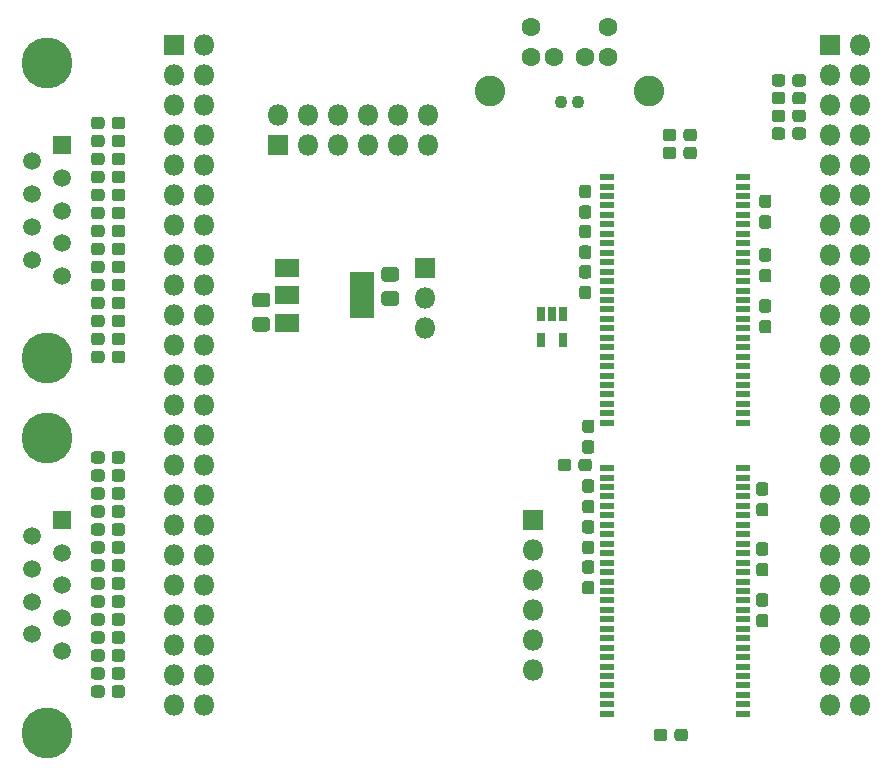
<source format=gbr>
%TF.GenerationSoftware,KiCad,Pcbnew,5.1.6-c6e7f7d~86~ubuntu18.04.1*%
%TF.CreationDate,2021-07-04T16:44:21-07:00*%
%TF.ProjectId,arrow_deca_retro_cape,6172726f-775f-4646-9563-615f72657472,rev?*%
%TF.SameCoordinates,Original*%
%TF.FileFunction,Soldermask,Top*%
%TF.FilePolarity,Negative*%
%FSLAX46Y46*%
G04 Gerber Fmt 4.6, Leading zero omitted, Abs format (unit mm)*
G04 Created by KiCad (PCBNEW 5.1.6-c6e7f7d~86~ubuntu18.04.1) date 2021-07-04 16:44:21*
%MOMM*%
%LPD*%
G01*
G04 APERTURE LIST*
%ADD10O,1.800000X1.800000*%
%ADD11R,1.800000X1.800000*%
%ADD12R,2.100000X1.600000*%
%ADD13R,2.100000X3.900000*%
%ADD14C,4.316000*%
%ADD15C,1.508000*%
%ADD16R,1.508000X1.508000*%
%ADD17C,1.090600*%
%ADD18C,2.589200*%
%ADD19C,1.598600*%
%ADD20R,1.293800X0.608000*%
%ADD21R,0.750000X1.160000*%
G04 APERTURE END LIST*
D10*
%TO.C,J8*%
X96393000Y-78359000D03*
X96393000Y-75819000D03*
X96393000Y-73279000D03*
X96393000Y-70739000D03*
X96393000Y-68199000D03*
D11*
X96393000Y-65659000D03*
%TD*%
%TO.C,C19*%
G36*
G01*
X84806262Y-45438000D02*
X83849738Y-45438000D01*
G75*
G02*
X83578000Y-45166262I0J271738D01*
G01*
X83578000Y-44459738D01*
G75*
G02*
X83849738Y-44188000I271738J0D01*
G01*
X84806262Y-44188000D01*
G75*
G02*
X85078000Y-44459738I0J-271738D01*
G01*
X85078000Y-45166262D01*
G75*
G02*
X84806262Y-45438000I-271738J0D01*
G01*
G37*
G36*
G01*
X84806262Y-47488000D02*
X83849738Y-47488000D01*
G75*
G02*
X83578000Y-47216262I0J271738D01*
G01*
X83578000Y-46509738D01*
G75*
G02*
X83849738Y-46238000I271738J0D01*
G01*
X84806262Y-46238000D01*
G75*
G02*
X85078000Y-46509738I0J-271738D01*
G01*
X85078000Y-47216262D01*
G75*
G02*
X84806262Y-47488000I-271738J0D01*
G01*
G37*
%TD*%
%TO.C,C18*%
G36*
G01*
X73884262Y-47620000D02*
X72927738Y-47620000D01*
G75*
G02*
X72656000Y-47348262I0J271738D01*
G01*
X72656000Y-46641738D01*
G75*
G02*
X72927738Y-46370000I271738J0D01*
G01*
X73884262Y-46370000D01*
G75*
G02*
X74156000Y-46641738I0J-271738D01*
G01*
X74156000Y-47348262D01*
G75*
G02*
X73884262Y-47620000I-271738J0D01*
G01*
G37*
G36*
G01*
X73884262Y-49670000D02*
X72927738Y-49670000D01*
G75*
G02*
X72656000Y-49398262I0J271738D01*
G01*
X72656000Y-48691738D01*
G75*
G02*
X72927738Y-48420000I271738J0D01*
G01*
X73884262Y-48420000D01*
G75*
G02*
X74156000Y-48691738I0J-271738D01*
G01*
X74156000Y-49398262D01*
G75*
G02*
X73884262Y-49670000I-271738J0D01*
G01*
G37*
%TD*%
D12*
%TO.C,U4*%
X75615000Y-44309000D03*
X75615000Y-48909000D03*
X75615000Y-46609000D03*
D13*
X81915000Y-46609000D03*
%TD*%
D10*
%TO.C,J7*%
X87249000Y-49403000D03*
X87249000Y-46863000D03*
D11*
X87249000Y-44323000D03*
%TD*%
D14*
%TO.C,J4*%
X55245000Y-51914000D03*
X55245000Y-26924000D03*
D15*
X53975000Y-43574000D03*
X53975000Y-40804000D03*
X53975000Y-38034000D03*
X53975000Y-35264000D03*
X56515000Y-44959000D03*
X56515000Y-42189000D03*
X56515000Y-39419000D03*
X56515000Y-36649000D03*
D16*
X56515000Y-33879000D03*
%TD*%
%TO.C,R14*%
G36*
G01*
X60138000Y-73778500D02*
X60138000Y-74303500D01*
G75*
G02*
X59875500Y-74566000I-262500J0D01*
G01*
X59250500Y-74566000D01*
G75*
G02*
X58988000Y-74303500I0J262500D01*
G01*
X58988000Y-73778500D01*
G75*
G02*
X59250500Y-73516000I262500J0D01*
G01*
X59875500Y-73516000D01*
G75*
G02*
X60138000Y-73778500I0J-262500D01*
G01*
G37*
G36*
G01*
X61888000Y-73778500D02*
X61888000Y-74303500D01*
G75*
G02*
X61625500Y-74566000I-262500J0D01*
G01*
X61000500Y-74566000D01*
G75*
G02*
X60738000Y-74303500I0J262500D01*
G01*
X60738000Y-73778500D01*
G75*
G02*
X61000500Y-73516000I262500J0D01*
G01*
X61625500Y-73516000D01*
G75*
G02*
X61888000Y-73778500I0J-262500D01*
G01*
G37*
%TD*%
D14*
%TO.C,J6*%
X55245000Y-83651000D03*
X55245000Y-58661000D03*
D15*
X53975000Y-75311000D03*
X53975000Y-72541000D03*
X53975000Y-69771000D03*
X53975000Y-67001000D03*
X56515000Y-76696000D03*
X56515000Y-73926000D03*
X56515000Y-71156000D03*
X56515000Y-68386000D03*
D16*
X56515000Y-65616000D03*
%TD*%
%TO.C,R32*%
G36*
G01*
X60138000Y-60062500D02*
X60138000Y-60587500D01*
G75*
G02*
X59875500Y-60850000I-262500J0D01*
G01*
X59250500Y-60850000D01*
G75*
G02*
X58988000Y-60587500I0J262500D01*
G01*
X58988000Y-60062500D01*
G75*
G02*
X59250500Y-59800000I262500J0D01*
G01*
X59875500Y-59800000D01*
G75*
G02*
X60138000Y-60062500I0J-262500D01*
G01*
G37*
G36*
G01*
X61888000Y-60062500D02*
X61888000Y-60587500D01*
G75*
G02*
X61625500Y-60850000I-262500J0D01*
G01*
X61000500Y-60850000D01*
G75*
G02*
X60738000Y-60587500I0J262500D01*
G01*
X60738000Y-60062500D01*
G75*
G02*
X61000500Y-59800000I262500J0D01*
G01*
X61625500Y-59800000D01*
G75*
G02*
X61888000Y-60062500I0J-262500D01*
G01*
G37*
%TD*%
%TO.C,R31*%
G36*
G01*
X60138000Y-31741500D02*
X60138000Y-32266500D01*
G75*
G02*
X59875500Y-32529000I-262500J0D01*
G01*
X59250500Y-32529000D01*
G75*
G02*
X58988000Y-32266500I0J262500D01*
G01*
X58988000Y-31741500D01*
G75*
G02*
X59250500Y-31479000I262500J0D01*
G01*
X59875500Y-31479000D01*
G75*
G02*
X60138000Y-31741500I0J-262500D01*
G01*
G37*
G36*
G01*
X61888000Y-31741500D02*
X61888000Y-32266500D01*
G75*
G02*
X61625500Y-32529000I-262500J0D01*
G01*
X61000500Y-32529000D01*
G75*
G02*
X60738000Y-32266500I0J262500D01*
G01*
X60738000Y-31741500D01*
G75*
G02*
X61000500Y-31479000I262500J0D01*
G01*
X61625500Y-31479000D01*
G75*
G02*
X61888000Y-31741500I0J-262500D01*
G01*
G37*
%TD*%
%TO.C,R30*%
G36*
G01*
X60138000Y-63110500D02*
X60138000Y-63635500D01*
G75*
G02*
X59875500Y-63898000I-262500J0D01*
G01*
X59250500Y-63898000D01*
G75*
G02*
X58988000Y-63635500I0J262500D01*
G01*
X58988000Y-63110500D01*
G75*
G02*
X59250500Y-62848000I262500J0D01*
G01*
X59875500Y-62848000D01*
G75*
G02*
X60138000Y-63110500I0J-262500D01*
G01*
G37*
G36*
G01*
X61888000Y-63110500D02*
X61888000Y-63635500D01*
G75*
G02*
X61625500Y-63898000I-262500J0D01*
G01*
X61000500Y-63898000D01*
G75*
G02*
X60738000Y-63635500I0J262500D01*
G01*
X60738000Y-63110500D01*
G75*
G02*
X61000500Y-62848000I262500J0D01*
G01*
X61625500Y-62848000D01*
G75*
G02*
X61888000Y-63110500I0J-262500D01*
G01*
G37*
%TD*%
%TO.C,R29*%
G36*
G01*
X60138000Y-34789500D02*
X60138000Y-35314500D01*
G75*
G02*
X59875500Y-35577000I-262500J0D01*
G01*
X59250500Y-35577000D01*
G75*
G02*
X58988000Y-35314500I0J262500D01*
G01*
X58988000Y-34789500D01*
G75*
G02*
X59250500Y-34527000I262500J0D01*
G01*
X59875500Y-34527000D01*
G75*
G02*
X60138000Y-34789500I0J-262500D01*
G01*
G37*
G36*
G01*
X61888000Y-34789500D02*
X61888000Y-35314500D01*
G75*
G02*
X61625500Y-35577000I-262500J0D01*
G01*
X61000500Y-35577000D01*
G75*
G02*
X60738000Y-35314500I0J262500D01*
G01*
X60738000Y-34789500D01*
G75*
G02*
X61000500Y-34527000I262500J0D01*
G01*
X61625500Y-34527000D01*
G75*
G02*
X61888000Y-34789500I0J-262500D01*
G01*
G37*
%TD*%
%TO.C,R28*%
G36*
G01*
X60138000Y-66158500D02*
X60138000Y-66683500D01*
G75*
G02*
X59875500Y-66946000I-262500J0D01*
G01*
X59250500Y-66946000D01*
G75*
G02*
X58988000Y-66683500I0J262500D01*
G01*
X58988000Y-66158500D01*
G75*
G02*
X59250500Y-65896000I262500J0D01*
G01*
X59875500Y-65896000D01*
G75*
G02*
X60138000Y-66158500I0J-262500D01*
G01*
G37*
G36*
G01*
X61888000Y-66158500D02*
X61888000Y-66683500D01*
G75*
G02*
X61625500Y-66946000I-262500J0D01*
G01*
X61000500Y-66946000D01*
G75*
G02*
X60738000Y-66683500I0J262500D01*
G01*
X60738000Y-66158500D01*
G75*
G02*
X61000500Y-65896000I262500J0D01*
G01*
X61625500Y-65896000D01*
G75*
G02*
X61888000Y-66158500I0J-262500D01*
G01*
G37*
%TD*%
%TO.C,R27*%
G36*
G01*
X60138000Y-37837500D02*
X60138000Y-38362500D01*
G75*
G02*
X59875500Y-38625000I-262500J0D01*
G01*
X59250500Y-38625000D01*
G75*
G02*
X58988000Y-38362500I0J262500D01*
G01*
X58988000Y-37837500D01*
G75*
G02*
X59250500Y-37575000I262500J0D01*
G01*
X59875500Y-37575000D01*
G75*
G02*
X60138000Y-37837500I0J-262500D01*
G01*
G37*
G36*
G01*
X61888000Y-37837500D02*
X61888000Y-38362500D01*
G75*
G02*
X61625500Y-38625000I-262500J0D01*
G01*
X61000500Y-38625000D01*
G75*
G02*
X60738000Y-38362500I0J262500D01*
G01*
X60738000Y-37837500D01*
G75*
G02*
X61000500Y-37575000I262500J0D01*
G01*
X61625500Y-37575000D01*
G75*
G02*
X61888000Y-37837500I0J-262500D01*
G01*
G37*
%TD*%
%TO.C,R26*%
G36*
G01*
X60138000Y-69206500D02*
X60138000Y-69731500D01*
G75*
G02*
X59875500Y-69994000I-262500J0D01*
G01*
X59250500Y-69994000D01*
G75*
G02*
X58988000Y-69731500I0J262500D01*
G01*
X58988000Y-69206500D01*
G75*
G02*
X59250500Y-68944000I262500J0D01*
G01*
X59875500Y-68944000D01*
G75*
G02*
X60138000Y-69206500I0J-262500D01*
G01*
G37*
G36*
G01*
X61888000Y-69206500D02*
X61888000Y-69731500D01*
G75*
G02*
X61625500Y-69994000I-262500J0D01*
G01*
X61000500Y-69994000D01*
G75*
G02*
X60738000Y-69731500I0J262500D01*
G01*
X60738000Y-69206500D01*
G75*
G02*
X61000500Y-68944000I262500J0D01*
G01*
X61625500Y-68944000D01*
G75*
G02*
X61888000Y-69206500I0J-262500D01*
G01*
G37*
%TD*%
%TO.C,R25*%
G36*
G01*
X60138000Y-40885500D02*
X60138000Y-41410500D01*
G75*
G02*
X59875500Y-41673000I-262500J0D01*
G01*
X59250500Y-41673000D01*
G75*
G02*
X58988000Y-41410500I0J262500D01*
G01*
X58988000Y-40885500D01*
G75*
G02*
X59250500Y-40623000I262500J0D01*
G01*
X59875500Y-40623000D01*
G75*
G02*
X60138000Y-40885500I0J-262500D01*
G01*
G37*
G36*
G01*
X61888000Y-40885500D02*
X61888000Y-41410500D01*
G75*
G02*
X61625500Y-41673000I-262500J0D01*
G01*
X61000500Y-41673000D01*
G75*
G02*
X60738000Y-41410500I0J262500D01*
G01*
X60738000Y-40885500D01*
G75*
G02*
X61000500Y-40623000I262500J0D01*
G01*
X61625500Y-40623000D01*
G75*
G02*
X61888000Y-40885500I0J-262500D01*
G01*
G37*
%TD*%
%TO.C,R24*%
G36*
G01*
X60138000Y-72254500D02*
X60138000Y-72779500D01*
G75*
G02*
X59875500Y-73042000I-262500J0D01*
G01*
X59250500Y-73042000D01*
G75*
G02*
X58988000Y-72779500I0J262500D01*
G01*
X58988000Y-72254500D01*
G75*
G02*
X59250500Y-71992000I262500J0D01*
G01*
X59875500Y-71992000D01*
G75*
G02*
X60138000Y-72254500I0J-262500D01*
G01*
G37*
G36*
G01*
X61888000Y-72254500D02*
X61888000Y-72779500D01*
G75*
G02*
X61625500Y-73042000I-262500J0D01*
G01*
X61000500Y-73042000D01*
G75*
G02*
X60738000Y-72779500I0J262500D01*
G01*
X60738000Y-72254500D01*
G75*
G02*
X61000500Y-71992000I262500J0D01*
G01*
X61625500Y-71992000D01*
G75*
G02*
X61888000Y-72254500I0J-262500D01*
G01*
G37*
%TD*%
%TO.C,R23*%
G36*
G01*
X60138000Y-43933500D02*
X60138000Y-44458500D01*
G75*
G02*
X59875500Y-44721000I-262500J0D01*
G01*
X59250500Y-44721000D01*
G75*
G02*
X58988000Y-44458500I0J262500D01*
G01*
X58988000Y-43933500D01*
G75*
G02*
X59250500Y-43671000I262500J0D01*
G01*
X59875500Y-43671000D01*
G75*
G02*
X60138000Y-43933500I0J-262500D01*
G01*
G37*
G36*
G01*
X61888000Y-43933500D02*
X61888000Y-44458500D01*
G75*
G02*
X61625500Y-44721000I-262500J0D01*
G01*
X61000500Y-44721000D01*
G75*
G02*
X60738000Y-44458500I0J262500D01*
G01*
X60738000Y-43933500D01*
G75*
G02*
X61000500Y-43671000I262500J0D01*
G01*
X61625500Y-43671000D01*
G75*
G02*
X61888000Y-43933500I0J-262500D01*
G01*
G37*
%TD*%
%TO.C,R22*%
G36*
G01*
X60138000Y-75302500D02*
X60138000Y-75827500D01*
G75*
G02*
X59875500Y-76090000I-262500J0D01*
G01*
X59250500Y-76090000D01*
G75*
G02*
X58988000Y-75827500I0J262500D01*
G01*
X58988000Y-75302500D01*
G75*
G02*
X59250500Y-75040000I262500J0D01*
G01*
X59875500Y-75040000D01*
G75*
G02*
X60138000Y-75302500I0J-262500D01*
G01*
G37*
G36*
G01*
X61888000Y-75302500D02*
X61888000Y-75827500D01*
G75*
G02*
X61625500Y-76090000I-262500J0D01*
G01*
X61000500Y-76090000D01*
G75*
G02*
X60738000Y-75827500I0J262500D01*
G01*
X60738000Y-75302500D01*
G75*
G02*
X61000500Y-75040000I262500J0D01*
G01*
X61625500Y-75040000D01*
G75*
G02*
X61888000Y-75302500I0J-262500D01*
G01*
G37*
%TD*%
%TO.C,R21*%
G36*
G01*
X60138000Y-46981500D02*
X60138000Y-47506500D01*
G75*
G02*
X59875500Y-47769000I-262500J0D01*
G01*
X59250500Y-47769000D01*
G75*
G02*
X58988000Y-47506500I0J262500D01*
G01*
X58988000Y-46981500D01*
G75*
G02*
X59250500Y-46719000I262500J0D01*
G01*
X59875500Y-46719000D01*
G75*
G02*
X60138000Y-46981500I0J-262500D01*
G01*
G37*
G36*
G01*
X61888000Y-46981500D02*
X61888000Y-47506500D01*
G75*
G02*
X61625500Y-47769000I-262500J0D01*
G01*
X61000500Y-47769000D01*
G75*
G02*
X60738000Y-47506500I0J262500D01*
G01*
X60738000Y-46981500D01*
G75*
G02*
X61000500Y-46719000I262500J0D01*
G01*
X61625500Y-46719000D01*
G75*
G02*
X61888000Y-46981500I0J-262500D01*
G01*
G37*
%TD*%
%TO.C,R20*%
G36*
G01*
X60138000Y-78350500D02*
X60138000Y-78875500D01*
G75*
G02*
X59875500Y-79138000I-262500J0D01*
G01*
X59250500Y-79138000D01*
G75*
G02*
X58988000Y-78875500I0J262500D01*
G01*
X58988000Y-78350500D01*
G75*
G02*
X59250500Y-78088000I262500J0D01*
G01*
X59875500Y-78088000D01*
G75*
G02*
X60138000Y-78350500I0J-262500D01*
G01*
G37*
G36*
G01*
X61888000Y-78350500D02*
X61888000Y-78875500D01*
G75*
G02*
X61625500Y-79138000I-262500J0D01*
G01*
X61000500Y-79138000D01*
G75*
G02*
X60738000Y-78875500I0J262500D01*
G01*
X60738000Y-78350500D01*
G75*
G02*
X61000500Y-78088000I262500J0D01*
G01*
X61625500Y-78088000D01*
G75*
G02*
X61888000Y-78350500I0J-262500D01*
G01*
G37*
%TD*%
%TO.C,R19*%
G36*
G01*
X60138000Y-50029500D02*
X60138000Y-50554500D01*
G75*
G02*
X59875500Y-50817000I-262500J0D01*
G01*
X59250500Y-50817000D01*
G75*
G02*
X58988000Y-50554500I0J262500D01*
G01*
X58988000Y-50029500D01*
G75*
G02*
X59250500Y-49767000I262500J0D01*
G01*
X59875500Y-49767000D01*
G75*
G02*
X60138000Y-50029500I0J-262500D01*
G01*
G37*
G36*
G01*
X61888000Y-50029500D02*
X61888000Y-50554500D01*
G75*
G02*
X61625500Y-50817000I-262500J0D01*
G01*
X61000500Y-50817000D01*
G75*
G02*
X60738000Y-50554500I0J262500D01*
G01*
X60738000Y-50029500D01*
G75*
G02*
X61000500Y-49767000I262500J0D01*
G01*
X61625500Y-49767000D01*
G75*
G02*
X61888000Y-50029500I0J-262500D01*
G01*
G37*
%TD*%
%TO.C,R18*%
G36*
G01*
X60138000Y-61586500D02*
X60138000Y-62111500D01*
G75*
G02*
X59875500Y-62374000I-262500J0D01*
G01*
X59250500Y-62374000D01*
G75*
G02*
X58988000Y-62111500I0J262500D01*
G01*
X58988000Y-61586500D01*
G75*
G02*
X59250500Y-61324000I262500J0D01*
G01*
X59875500Y-61324000D01*
G75*
G02*
X60138000Y-61586500I0J-262500D01*
G01*
G37*
G36*
G01*
X61888000Y-61586500D02*
X61888000Y-62111500D01*
G75*
G02*
X61625500Y-62374000I-262500J0D01*
G01*
X61000500Y-62374000D01*
G75*
G02*
X60738000Y-62111500I0J262500D01*
G01*
X60738000Y-61586500D01*
G75*
G02*
X61000500Y-61324000I262500J0D01*
G01*
X61625500Y-61324000D01*
G75*
G02*
X61888000Y-61586500I0J-262500D01*
G01*
G37*
%TD*%
%TO.C,R17*%
G36*
G01*
X60138000Y-64634500D02*
X60138000Y-65159500D01*
G75*
G02*
X59875500Y-65422000I-262500J0D01*
G01*
X59250500Y-65422000D01*
G75*
G02*
X58988000Y-65159500I0J262500D01*
G01*
X58988000Y-64634500D01*
G75*
G02*
X59250500Y-64372000I262500J0D01*
G01*
X59875500Y-64372000D01*
G75*
G02*
X60138000Y-64634500I0J-262500D01*
G01*
G37*
G36*
G01*
X61888000Y-64634500D02*
X61888000Y-65159500D01*
G75*
G02*
X61625500Y-65422000I-262500J0D01*
G01*
X61000500Y-65422000D01*
G75*
G02*
X60738000Y-65159500I0J262500D01*
G01*
X60738000Y-64634500D01*
G75*
G02*
X61000500Y-64372000I262500J0D01*
G01*
X61625500Y-64372000D01*
G75*
G02*
X61888000Y-64634500I0J-262500D01*
G01*
G37*
%TD*%
%TO.C,R16*%
G36*
G01*
X60138000Y-67682500D02*
X60138000Y-68207500D01*
G75*
G02*
X59875500Y-68470000I-262500J0D01*
G01*
X59250500Y-68470000D01*
G75*
G02*
X58988000Y-68207500I0J262500D01*
G01*
X58988000Y-67682500D01*
G75*
G02*
X59250500Y-67420000I262500J0D01*
G01*
X59875500Y-67420000D01*
G75*
G02*
X60138000Y-67682500I0J-262500D01*
G01*
G37*
G36*
G01*
X61888000Y-67682500D02*
X61888000Y-68207500D01*
G75*
G02*
X61625500Y-68470000I-262500J0D01*
G01*
X61000500Y-68470000D01*
G75*
G02*
X60738000Y-68207500I0J262500D01*
G01*
X60738000Y-67682500D01*
G75*
G02*
X61000500Y-67420000I262500J0D01*
G01*
X61625500Y-67420000D01*
G75*
G02*
X61888000Y-67682500I0J-262500D01*
G01*
G37*
%TD*%
%TO.C,R15*%
G36*
G01*
X60138000Y-70730500D02*
X60138000Y-71255500D01*
G75*
G02*
X59875500Y-71518000I-262500J0D01*
G01*
X59250500Y-71518000D01*
G75*
G02*
X58988000Y-71255500I0J262500D01*
G01*
X58988000Y-70730500D01*
G75*
G02*
X59250500Y-70468000I262500J0D01*
G01*
X59875500Y-70468000D01*
G75*
G02*
X60138000Y-70730500I0J-262500D01*
G01*
G37*
G36*
G01*
X61888000Y-70730500D02*
X61888000Y-71255500D01*
G75*
G02*
X61625500Y-71518000I-262500J0D01*
G01*
X61000500Y-71518000D01*
G75*
G02*
X60738000Y-71255500I0J262500D01*
G01*
X60738000Y-70730500D01*
G75*
G02*
X61000500Y-70468000I262500J0D01*
G01*
X61625500Y-70468000D01*
G75*
G02*
X61888000Y-70730500I0J-262500D01*
G01*
G37*
%TD*%
%TO.C,R13*%
G36*
G01*
X60138000Y-76826500D02*
X60138000Y-77351500D01*
G75*
G02*
X59875500Y-77614000I-262500J0D01*
G01*
X59250500Y-77614000D01*
G75*
G02*
X58988000Y-77351500I0J262500D01*
G01*
X58988000Y-76826500D01*
G75*
G02*
X59250500Y-76564000I262500J0D01*
G01*
X59875500Y-76564000D01*
G75*
G02*
X60138000Y-76826500I0J-262500D01*
G01*
G37*
G36*
G01*
X61888000Y-76826500D02*
X61888000Y-77351500D01*
G75*
G02*
X61625500Y-77614000I-262500J0D01*
G01*
X61000500Y-77614000D01*
G75*
G02*
X60738000Y-77351500I0J262500D01*
G01*
X60738000Y-76826500D01*
G75*
G02*
X61000500Y-76564000I262500J0D01*
G01*
X61625500Y-76564000D01*
G75*
G02*
X61888000Y-76826500I0J-262500D01*
G01*
G37*
%TD*%
%TO.C,R12*%
G36*
G01*
X60138000Y-79874500D02*
X60138000Y-80399500D01*
G75*
G02*
X59875500Y-80662000I-262500J0D01*
G01*
X59250500Y-80662000D01*
G75*
G02*
X58988000Y-80399500I0J262500D01*
G01*
X58988000Y-79874500D01*
G75*
G02*
X59250500Y-79612000I262500J0D01*
G01*
X59875500Y-79612000D01*
G75*
G02*
X60138000Y-79874500I0J-262500D01*
G01*
G37*
G36*
G01*
X61888000Y-79874500D02*
X61888000Y-80399500D01*
G75*
G02*
X61625500Y-80662000I-262500J0D01*
G01*
X61000500Y-80662000D01*
G75*
G02*
X60738000Y-80399500I0J262500D01*
G01*
X60738000Y-79874500D01*
G75*
G02*
X61000500Y-79612000I262500J0D01*
G01*
X61625500Y-79612000D01*
G75*
G02*
X61888000Y-79874500I0J-262500D01*
G01*
G37*
%TD*%
%TO.C,R11*%
G36*
G01*
X60138000Y-33265500D02*
X60138000Y-33790500D01*
G75*
G02*
X59875500Y-34053000I-262500J0D01*
G01*
X59250500Y-34053000D01*
G75*
G02*
X58988000Y-33790500I0J262500D01*
G01*
X58988000Y-33265500D01*
G75*
G02*
X59250500Y-33003000I262500J0D01*
G01*
X59875500Y-33003000D01*
G75*
G02*
X60138000Y-33265500I0J-262500D01*
G01*
G37*
G36*
G01*
X61888000Y-33265500D02*
X61888000Y-33790500D01*
G75*
G02*
X61625500Y-34053000I-262500J0D01*
G01*
X61000500Y-34053000D01*
G75*
G02*
X60738000Y-33790500I0J262500D01*
G01*
X60738000Y-33265500D01*
G75*
G02*
X61000500Y-33003000I262500J0D01*
G01*
X61625500Y-33003000D01*
G75*
G02*
X61888000Y-33265500I0J-262500D01*
G01*
G37*
%TD*%
%TO.C,R10*%
G36*
G01*
X60138000Y-36313500D02*
X60138000Y-36838500D01*
G75*
G02*
X59875500Y-37101000I-262500J0D01*
G01*
X59250500Y-37101000D01*
G75*
G02*
X58988000Y-36838500I0J262500D01*
G01*
X58988000Y-36313500D01*
G75*
G02*
X59250500Y-36051000I262500J0D01*
G01*
X59875500Y-36051000D01*
G75*
G02*
X60138000Y-36313500I0J-262500D01*
G01*
G37*
G36*
G01*
X61888000Y-36313500D02*
X61888000Y-36838500D01*
G75*
G02*
X61625500Y-37101000I-262500J0D01*
G01*
X61000500Y-37101000D01*
G75*
G02*
X60738000Y-36838500I0J262500D01*
G01*
X60738000Y-36313500D01*
G75*
G02*
X61000500Y-36051000I262500J0D01*
G01*
X61625500Y-36051000D01*
G75*
G02*
X61888000Y-36313500I0J-262500D01*
G01*
G37*
%TD*%
%TO.C,R9*%
G36*
G01*
X60138000Y-39361500D02*
X60138000Y-39886500D01*
G75*
G02*
X59875500Y-40149000I-262500J0D01*
G01*
X59250500Y-40149000D01*
G75*
G02*
X58988000Y-39886500I0J262500D01*
G01*
X58988000Y-39361500D01*
G75*
G02*
X59250500Y-39099000I262500J0D01*
G01*
X59875500Y-39099000D01*
G75*
G02*
X60138000Y-39361500I0J-262500D01*
G01*
G37*
G36*
G01*
X61888000Y-39361500D02*
X61888000Y-39886500D01*
G75*
G02*
X61625500Y-40149000I-262500J0D01*
G01*
X61000500Y-40149000D01*
G75*
G02*
X60738000Y-39886500I0J262500D01*
G01*
X60738000Y-39361500D01*
G75*
G02*
X61000500Y-39099000I262500J0D01*
G01*
X61625500Y-39099000D01*
G75*
G02*
X61888000Y-39361500I0J-262500D01*
G01*
G37*
%TD*%
%TO.C,R8*%
G36*
G01*
X60138000Y-42409500D02*
X60138000Y-42934500D01*
G75*
G02*
X59875500Y-43197000I-262500J0D01*
G01*
X59250500Y-43197000D01*
G75*
G02*
X58988000Y-42934500I0J262500D01*
G01*
X58988000Y-42409500D01*
G75*
G02*
X59250500Y-42147000I262500J0D01*
G01*
X59875500Y-42147000D01*
G75*
G02*
X60138000Y-42409500I0J-262500D01*
G01*
G37*
G36*
G01*
X61888000Y-42409500D02*
X61888000Y-42934500D01*
G75*
G02*
X61625500Y-43197000I-262500J0D01*
G01*
X61000500Y-43197000D01*
G75*
G02*
X60738000Y-42934500I0J262500D01*
G01*
X60738000Y-42409500D01*
G75*
G02*
X61000500Y-42147000I262500J0D01*
G01*
X61625500Y-42147000D01*
G75*
G02*
X61888000Y-42409500I0J-262500D01*
G01*
G37*
%TD*%
%TO.C,R7*%
G36*
G01*
X60138000Y-45457500D02*
X60138000Y-45982500D01*
G75*
G02*
X59875500Y-46245000I-262500J0D01*
G01*
X59250500Y-46245000D01*
G75*
G02*
X58988000Y-45982500I0J262500D01*
G01*
X58988000Y-45457500D01*
G75*
G02*
X59250500Y-45195000I262500J0D01*
G01*
X59875500Y-45195000D01*
G75*
G02*
X60138000Y-45457500I0J-262500D01*
G01*
G37*
G36*
G01*
X61888000Y-45457500D02*
X61888000Y-45982500D01*
G75*
G02*
X61625500Y-46245000I-262500J0D01*
G01*
X61000500Y-46245000D01*
G75*
G02*
X60738000Y-45982500I0J262500D01*
G01*
X60738000Y-45457500D01*
G75*
G02*
X61000500Y-45195000I262500J0D01*
G01*
X61625500Y-45195000D01*
G75*
G02*
X61888000Y-45457500I0J-262500D01*
G01*
G37*
%TD*%
%TO.C,R6*%
G36*
G01*
X60138000Y-48505500D02*
X60138000Y-49030500D01*
G75*
G02*
X59875500Y-49293000I-262500J0D01*
G01*
X59250500Y-49293000D01*
G75*
G02*
X58988000Y-49030500I0J262500D01*
G01*
X58988000Y-48505500D01*
G75*
G02*
X59250500Y-48243000I262500J0D01*
G01*
X59875500Y-48243000D01*
G75*
G02*
X60138000Y-48505500I0J-262500D01*
G01*
G37*
G36*
G01*
X61888000Y-48505500D02*
X61888000Y-49030500D01*
G75*
G02*
X61625500Y-49293000I-262500J0D01*
G01*
X61000500Y-49293000D01*
G75*
G02*
X60738000Y-49030500I0J262500D01*
G01*
X60738000Y-48505500D01*
G75*
G02*
X61000500Y-48243000I262500J0D01*
G01*
X61625500Y-48243000D01*
G75*
G02*
X61888000Y-48505500I0J-262500D01*
G01*
G37*
%TD*%
%TO.C,R5*%
G36*
G01*
X60138000Y-51553500D02*
X60138000Y-52078500D01*
G75*
G02*
X59875500Y-52341000I-262500J0D01*
G01*
X59250500Y-52341000D01*
G75*
G02*
X58988000Y-52078500I0J262500D01*
G01*
X58988000Y-51553500D01*
G75*
G02*
X59250500Y-51291000I262500J0D01*
G01*
X59875500Y-51291000D01*
G75*
G02*
X60138000Y-51553500I0J-262500D01*
G01*
G37*
G36*
G01*
X61888000Y-51553500D02*
X61888000Y-52078500D01*
G75*
G02*
X61625500Y-52341000I-262500J0D01*
G01*
X61000500Y-52341000D01*
G75*
G02*
X60738000Y-52078500I0J262500D01*
G01*
X60738000Y-51553500D01*
G75*
G02*
X61000500Y-51291000I262500J0D01*
G01*
X61625500Y-51291000D01*
G75*
G02*
X61888000Y-51553500I0J-262500D01*
G01*
G37*
%TD*%
%TO.C,R4*%
G36*
G01*
X117775000Y-29637500D02*
X117775000Y-30162500D01*
G75*
G02*
X117512500Y-30425000I-262500J0D01*
G01*
X116887500Y-30425000D01*
G75*
G02*
X116625000Y-30162500I0J262500D01*
G01*
X116625000Y-29637500D01*
G75*
G02*
X116887500Y-29375000I262500J0D01*
G01*
X117512500Y-29375000D01*
G75*
G02*
X117775000Y-29637500I0J-262500D01*
G01*
G37*
G36*
G01*
X119525000Y-29637500D02*
X119525000Y-30162500D01*
G75*
G02*
X119262500Y-30425000I-262500J0D01*
G01*
X118637500Y-30425000D01*
G75*
G02*
X118375000Y-30162500I0J262500D01*
G01*
X118375000Y-29637500D01*
G75*
G02*
X118637500Y-29375000I262500J0D01*
G01*
X119262500Y-29375000D01*
G75*
G02*
X119525000Y-29637500I0J-262500D01*
G01*
G37*
%TD*%
%TO.C,R3*%
G36*
G01*
X117775000Y-31137500D02*
X117775000Y-31662500D01*
G75*
G02*
X117512500Y-31925000I-262500J0D01*
G01*
X116887500Y-31925000D01*
G75*
G02*
X116625000Y-31662500I0J262500D01*
G01*
X116625000Y-31137500D01*
G75*
G02*
X116887500Y-30875000I262500J0D01*
G01*
X117512500Y-30875000D01*
G75*
G02*
X117775000Y-31137500I0J-262500D01*
G01*
G37*
G36*
G01*
X119525000Y-31137500D02*
X119525000Y-31662500D01*
G75*
G02*
X119262500Y-31925000I-262500J0D01*
G01*
X118637500Y-31925000D01*
G75*
G02*
X118375000Y-31662500I0J262500D01*
G01*
X118375000Y-31137500D01*
G75*
G02*
X118637500Y-30875000I262500J0D01*
G01*
X119262500Y-30875000D01*
G75*
G02*
X119525000Y-31137500I0J-262500D01*
G01*
G37*
%TD*%
%TO.C,R2*%
G36*
G01*
X118375000Y-28662500D02*
X118375000Y-28137500D01*
G75*
G02*
X118637500Y-27875000I262500J0D01*
G01*
X119262500Y-27875000D01*
G75*
G02*
X119525000Y-28137500I0J-262500D01*
G01*
X119525000Y-28662500D01*
G75*
G02*
X119262500Y-28925000I-262500J0D01*
G01*
X118637500Y-28925000D01*
G75*
G02*
X118375000Y-28662500I0J262500D01*
G01*
G37*
G36*
G01*
X116625000Y-28662500D02*
X116625000Y-28137500D01*
G75*
G02*
X116887500Y-27875000I262500J0D01*
G01*
X117512500Y-27875000D01*
G75*
G02*
X117775000Y-28137500I0J-262500D01*
G01*
X117775000Y-28662500D01*
G75*
G02*
X117512500Y-28925000I-262500J0D01*
G01*
X116887500Y-28925000D01*
G75*
G02*
X116625000Y-28662500I0J262500D01*
G01*
G37*
%TD*%
%TO.C,R1*%
G36*
G01*
X118375000Y-33162500D02*
X118375000Y-32637500D01*
G75*
G02*
X118637500Y-32375000I262500J0D01*
G01*
X119262500Y-32375000D01*
G75*
G02*
X119525000Y-32637500I0J-262500D01*
G01*
X119525000Y-33162500D01*
G75*
G02*
X119262500Y-33425000I-262500J0D01*
G01*
X118637500Y-33425000D01*
G75*
G02*
X118375000Y-33162500I0J262500D01*
G01*
G37*
G36*
G01*
X116625000Y-33162500D02*
X116625000Y-32637500D01*
G75*
G02*
X116887500Y-32375000I262500J0D01*
G01*
X117512500Y-32375000D01*
G75*
G02*
X117775000Y-32637500I0J-262500D01*
G01*
X117775000Y-33162500D01*
G75*
G02*
X117512500Y-33425000I-262500J0D01*
G01*
X116887500Y-33425000D01*
G75*
G02*
X116625000Y-33162500I0J262500D01*
G01*
G37*
%TD*%
D17*
%TO.C,J5*%
X98750700Y-30200001D03*
X100249300Y-30200001D03*
D18*
X106200000Y-29300000D03*
X92800000Y-29300000D03*
D19*
X96250002Y-23900001D03*
X102750001Y-23900001D03*
X102750070Y-26400001D03*
X96250070Y-26400001D03*
X98200000Y-26400001D03*
X100800000Y-26400001D03*
%TD*%
D20*
%TO.C,U2*%
X114198400Y-61228000D03*
X114198400Y-62028001D03*
X114198400Y-62828002D03*
X114198400Y-63628001D03*
X114198400Y-64428002D03*
X114198400Y-65228000D03*
X114198400Y-66028001D03*
X114198400Y-66828002D03*
X114198400Y-67628000D03*
X114198400Y-68428001D03*
X114198400Y-69228000D03*
X114198400Y-70028001D03*
X114198400Y-70828002D03*
X114198400Y-71628000D03*
X114198400Y-72428001D03*
X114198400Y-73227999D03*
X114198400Y-74028000D03*
X114198400Y-74828001D03*
X114198400Y-75628000D03*
X114198400Y-76428001D03*
X114198400Y-77227999D03*
X114198400Y-78028000D03*
X114198400Y-78828001D03*
X114198400Y-79627999D03*
X114198400Y-80428000D03*
X114198400Y-81227999D03*
X114198400Y-82028000D03*
X102717600Y-82028000D03*
X102717600Y-81227999D03*
X102717600Y-80427998D03*
X102717600Y-79627999D03*
X102717600Y-78827998D03*
X102717600Y-78028000D03*
X102717600Y-77227999D03*
X102717600Y-76427998D03*
X102717600Y-75628000D03*
X102717600Y-74827999D03*
X102717600Y-74028000D03*
X102717600Y-73227999D03*
X102717600Y-72427998D03*
X102717600Y-71628000D03*
X102717600Y-70827999D03*
X102717600Y-70028001D03*
X102717600Y-69228000D03*
X102717600Y-68427999D03*
X102717600Y-67628000D03*
X102717600Y-66827999D03*
X102717600Y-66028001D03*
X102717600Y-65228000D03*
X102717600Y-64427999D03*
X102717600Y-63628001D03*
X102717600Y-62828000D03*
X102717600Y-62028001D03*
X102717600Y-61228000D03*
%TD*%
%TO.C,U1*%
X114198400Y-36590000D03*
X114198400Y-37390001D03*
X114198400Y-38190002D03*
X114198400Y-38990001D03*
X114198400Y-39790002D03*
X114198400Y-40590000D03*
X114198400Y-41390001D03*
X114198400Y-42190002D03*
X114198400Y-42990000D03*
X114198400Y-43790001D03*
X114198400Y-44590000D03*
X114198400Y-45390001D03*
X114198400Y-46190002D03*
X114198400Y-46990000D03*
X114198400Y-47790001D03*
X114198400Y-48589999D03*
X114198400Y-49390000D03*
X114198400Y-50190001D03*
X114198400Y-50990000D03*
X114198400Y-51790001D03*
X114198400Y-52589999D03*
X114198400Y-53390000D03*
X114198400Y-54190001D03*
X114198400Y-54989999D03*
X114198400Y-55790000D03*
X114198400Y-56589999D03*
X114198400Y-57390000D03*
X102717600Y-57390000D03*
X102717600Y-56589999D03*
X102717600Y-55789998D03*
X102717600Y-54989999D03*
X102717600Y-54189998D03*
X102717600Y-53390000D03*
X102717600Y-52589999D03*
X102717600Y-51789998D03*
X102717600Y-50990000D03*
X102717600Y-50189999D03*
X102717600Y-49390000D03*
X102717600Y-48589999D03*
X102717600Y-47789998D03*
X102717600Y-46990000D03*
X102717600Y-46189999D03*
X102717600Y-45390001D03*
X102717600Y-44590000D03*
X102717600Y-43789999D03*
X102717600Y-42990000D03*
X102717600Y-42189999D03*
X102717600Y-41390001D03*
X102717600Y-40590000D03*
X102717600Y-39789999D03*
X102717600Y-38990001D03*
X102717600Y-38190000D03*
X102717600Y-37390001D03*
X102717600Y-36590000D03*
%TD*%
%TO.C,C5*%
G36*
G01*
X100829500Y-67375000D02*
X101354500Y-67375000D01*
G75*
G02*
X101617000Y-67637500I0J-262500D01*
G01*
X101617000Y-68262500D01*
G75*
G02*
X101354500Y-68525000I-262500J0D01*
G01*
X100829500Y-68525000D01*
G75*
G02*
X100567000Y-68262500I0J262500D01*
G01*
X100567000Y-67637500D01*
G75*
G02*
X100829500Y-67375000I262500J0D01*
G01*
G37*
G36*
G01*
X100829500Y-65625000D02*
X101354500Y-65625000D01*
G75*
G02*
X101617000Y-65887500I0J-262500D01*
G01*
X101617000Y-66512500D01*
G75*
G02*
X101354500Y-66775000I-262500J0D01*
G01*
X100829500Y-66775000D01*
G75*
G02*
X100567000Y-66512500I0J262500D01*
G01*
X100567000Y-65887500D01*
G75*
G02*
X100829500Y-65625000I262500J0D01*
G01*
G37*
%TD*%
D21*
%TO.C,U3*%
X98994000Y-50376000D03*
X97094000Y-50376000D03*
X97094000Y-48176000D03*
X98044000Y-48176000D03*
X98994000Y-48176000D03*
%TD*%
%TO.C,C17*%
G36*
G01*
X99663000Y-60697500D02*
X99663000Y-61222500D01*
G75*
G02*
X99400500Y-61485000I-262500J0D01*
G01*
X98775500Y-61485000D01*
G75*
G02*
X98513000Y-61222500I0J262500D01*
G01*
X98513000Y-60697500D01*
G75*
G02*
X98775500Y-60435000I262500J0D01*
G01*
X99400500Y-60435000D01*
G75*
G02*
X99663000Y-60697500I0J-262500D01*
G01*
G37*
G36*
G01*
X101413000Y-60697500D02*
X101413000Y-61222500D01*
G75*
G02*
X101150500Y-61485000I-262500J0D01*
G01*
X100525500Y-61485000D01*
G75*
G02*
X100263000Y-61222500I0J262500D01*
G01*
X100263000Y-60697500D01*
G75*
G02*
X100525500Y-60435000I262500J0D01*
G01*
X101150500Y-60435000D01*
G75*
G02*
X101413000Y-60697500I0J-262500D01*
G01*
G37*
%TD*%
%TO.C,C16*%
G36*
G01*
X116340500Y-48073000D02*
X115815500Y-48073000D01*
G75*
G02*
X115553000Y-47810500I0J262500D01*
G01*
X115553000Y-47185500D01*
G75*
G02*
X115815500Y-46923000I262500J0D01*
G01*
X116340500Y-46923000D01*
G75*
G02*
X116603000Y-47185500I0J-262500D01*
G01*
X116603000Y-47810500D01*
G75*
G02*
X116340500Y-48073000I-262500J0D01*
G01*
G37*
G36*
G01*
X116340500Y-49823000D02*
X115815500Y-49823000D01*
G75*
G02*
X115553000Y-49560500I0J262500D01*
G01*
X115553000Y-48935500D01*
G75*
G02*
X115815500Y-48673000I262500J0D01*
G01*
X116340500Y-48673000D01*
G75*
G02*
X116603000Y-48935500I0J-262500D01*
G01*
X116603000Y-49560500D01*
G75*
G02*
X116340500Y-49823000I-262500J0D01*
G01*
G37*
%TD*%
%TO.C,C15*%
G36*
G01*
X109153000Y-33282500D02*
X109153000Y-32757500D01*
G75*
G02*
X109415500Y-32495000I262500J0D01*
G01*
X110040500Y-32495000D01*
G75*
G02*
X110303000Y-32757500I0J-262500D01*
G01*
X110303000Y-33282500D01*
G75*
G02*
X110040500Y-33545000I-262500J0D01*
G01*
X109415500Y-33545000D01*
G75*
G02*
X109153000Y-33282500I0J262500D01*
G01*
G37*
G36*
G01*
X107403000Y-33282500D02*
X107403000Y-32757500D01*
G75*
G02*
X107665500Y-32495000I262500J0D01*
G01*
X108290500Y-32495000D01*
G75*
G02*
X108553000Y-32757500I0J-262500D01*
G01*
X108553000Y-33282500D01*
G75*
G02*
X108290500Y-33545000I-262500J0D01*
G01*
X107665500Y-33545000D01*
G75*
G02*
X107403000Y-33282500I0J262500D01*
G01*
G37*
%TD*%
D10*
%TO.C,J2*%
X124140000Y-81280000D03*
X121600000Y-81280000D03*
X124140000Y-78740000D03*
X121600000Y-78740000D03*
X124140000Y-76200000D03*
X121600000Y-76200000D03*
X124140000Y-73660000D03*
X121600000Y-73660000D03*
X124140000Y-71120000D03*
X121600000Y-71120000D03*
X124140000Y-68580000D03*
X121600000Y-68580000D03*
X124140000Y-66040000D03*
X121600000Y-66040000D03*
X124140000Y-63500000D03*
X121600000Y-63500000D03*
X124140000Y-60960000D03*
X121600000Y-60960000D03*
X124140000Y-58420000D03*
X121600000Y-58420000D03*
X124140000Y-55880000D03*
X121600000Y-55880000D03*
X124140000Y-53340000D03*
X121600000Y-53340000D03*
X124140000Y-50800000D03*
X121600000Y-50800000D03*
X124140000Y-48260000D03*
X121600000Y-48260000D03*
X124140000Y-45720000D03*
X121600000Y-45720000D03*
X124140000Y-43180000D03*
X121600000Y-43180000D03*
X124140000Y-40640000D03*
X121600000Y-40640000D03*
X124140000Y-38100000D03*
X121600000Y-38100000D03*
X124140000Y-35560000D03*
X121600000Y-35560000D03*
X124140000Y-33020000D03*
X121600000Y-33020000D03*
X124140000Y-30480000D03*
X121600000Y-30480000D03*
X124140000Y-27940000D03*
X121600000Y-27940000D03*
X124140000Y-25400000D03*
D11*
X121600000Y-25400000D03*
%TD*%
%TO.C,C14*%
G36*
G01*
X116086500Y-68647000D02*
X115561500Y-68647000D01*
G75*
G02*
X115299000Y-68384500I0J262500D01*
G01*
X115299000Y-67759500D01*
G75*
G02*
X115561500Y-67497000I262500J0D01*
G01*
X116086500Y-67497000D01*
G75*
G02*
X116349000Y-67759500I0J-262500D01*
G01*
X116349000Y-68384500D01*
G75*
G02*
X116086500Y-68647000I-262500J0D01*
G01*
G37*
G36*
G01*
X116086500Y-70397000D02*
X115561500Y-70397000D01*
G75*
G02*
X115299000Y-70134500I0J262500D01*
G01*
X115299000Y-69509500D01*
G75*
G02*
X115561500Y-69247000I262500J0D01*
G01*
X116086500Y-69247000D01*
G75*
G02*
X116349000Y-69509500I0J-262500D01*
G01*
X116349000Y-70134500D01*
G75*
G02*
X116086500Y-70397000I-262500J0D01*
G01*
G37*
%TD*%
%TO.C,C13*%
G36*
G01*
X116340500Y-39211000D02*
X115815500Y-39211000D01*
G75*
G02*
X115553000Y-38948500I0J262500D01*
G01*
X115553000Y-38323500D01*
G75*
G02*
X115815500Y-38061000I262500J0D01*
G01*
X116340500Y-38061000D01*
G75*
G02*
X116603000Y-38323500I0J-262500D01*
G01*
X116603000Y-38948500D01*
G75*
G02*
X116340500Y-39211000I-262500J0D01*
G01*
G37*
G36*
G01*
X116340500Y-40961000D02*
X115815500Y-40961000D01*
G75*
G02*
X115553000Y-40698500I0J262500D01*
G01*
X115553000Y-40073500D01*
G75*
G02*
X115815500Y-39811000I262500J0D01*
G01*
X116340500Y-39811000D01*
G75*
G02*
X116603000Y-40073500I0J-262500D01*
G01*
X116603000Y-40698500D01*
G75*
G02*
X116340500Y-40961000I-262500J0D01*
G01*
G37*
%TD*%
%TO.C,C12*%
G36*
G01*
X116340500Y-43755000D02*
X115815500Y-43755000D01*
G75*
G02*
X115553000Y-43492500I0J262500D01*
G01*
X115553000Y-42867500D01*
G75*
G02*
X115815500Y-42605000I262500J0D01*
G01*
X116340500Y-42605000D01*
G75*
G02*
X116603000Y-42867500I0J-262500D01*
G01*
X116603000Y-43492500D01*
G75*
G02*
X116340500Y-43755000I-262500J0D01*
G01*
G37*
G36*
G01*
X116340500Y-45505000D02*
X115815500Y-45505000D01*
G75*
G02*
X115553000Y-45242500I0J262500D01*
G01*
X115553000Y-44617500D01*
G75*
G02*
X115815500Y-44355000I262500J0D01*
G01*
X116340500Y-44355000D01*
G75*
G02*
X116603000Y-44617500I0J-262500D01*
G01*
X116603000Y-45242500D01*
G75*
G02*
X116340500Y-45505000I-262500J0D01*
G01*
G37*
%TD*%
%TO.C,C11*%
G36*
G01*
X100575500Y-38975000D02*
X101100500Y-38975000D01*
G75*
G02*
X101363000Y-39237500I0J-262500D01*
G01*
X101363000Y-39862500D01*
G75*
G02*
X101100500Y-40125000I-262500J0D01*
G01*
X100575500Y-40125000D01*
G75*
G02*
X100313000Y-39862500I0J262500D01*
G01*
X100313000Y-39237500D01*
G75*
G02*
X100575500Y-38975000I262500J0D01*
G01*
G37*
G36*
G01*
X100575500Y-37225000D02*
X101100500Y-37225000D01*
G75*
G02*
X101363000Y-37487500I0J-262500D01*
G01*
X101363000Y-38112500D01*
G75*
G02*
X101100500Y-38375000I-262500J0D01*
G01*
X100575500Y-38375000D01*
G75*
G02*
X100313000Y-38112500I0J262500D01*
G01*
X100313000Y-37487500D01*
G75*
G02*
X100575500Y-37225000I262500J0D01*
G01*
G37*
%TD*%
%TO.C,C10*%
G36*
G01*
X101100500Y-45175000D02*
X100575500Y-45175000D01*
G75*
G02*
X100313000Y-44912500I0J262500D01*
G01*
X100313000Y-44287500D01*
G75*
G02*
X100575500Y-44025000I262500J0D01*
G01*
X101100500Y-44025000D01*
G75*
G02*
X101363000Y-44287500I0J-262500D01*
G01*
X101363000Y-44912500D01*
G75*
G02*
X101100500Y-45175000I-262500J0D01*
G01*
G37*
G36*
G01*
X101100500Y-46925000D02*
X100575500Y-46925000D01*
G75*
G02*
X100313000Y-46662500I0J262500D01*
G01*
X100313000Y-46037500D01*
G75*
G02*
X100575500Y-45775000I262500J0D01*
G01*
X101100500Y-45775000D01*
G75*
G02*
X101363000Y-46037500I0J-262500D01*
G01*
X101363000Y-46662500D01*
G75*
G02*
X101100500Y-46925000I-262500J0D01*
G01*
G37*
%TD*%
%TO.C,C9*%
G36*
G01*
X100829500Y-58861000D02*
X101354500Y-58861000D01*
G75*
G02*
X101617000Y-59123500I0J-262500D01*
G01*
X101617000Y-59748500D01*
G75*
G02*
X101354500Y-60011000I-262500J0D01*
G01*
X100829500Y-60011000D01*
G75*
G02*
X100567000Y-59748500I0J262500D01*
G01*
X100567000Y-59123500D01*
G75*
G02*
X100829500Y-58861000I262500J0D01*
G01*
G37*
G36*
G01*
X100829500Y-57111000D02*
X101354500Y-57111000D01*
G75*
G02*
X101617000Y-57373500I0J-262500D01*
G01*
X101617000Y-57998500D01*
G75*
G02*
X101354500Y-58261000I-262500J0D01*
G01*
X100829500Y-58261000D01*
G75*
G02*
X100567000Y-57998500I0J262500D01*
G01*
X100567000Y-57373500D01*
G75*
G02*
X100829500Y-57111000I262500J0D01*
G01*
G37*
%TD*%
%TO.C,C8*%
G36*
G01*
X109153000Y-34806500D02*
X109153000Y-34281500D01*
G75*
G02*
X109415500Y-34019000I262500J0D01*
G01*
X110040500Y-34019000D01*
G75*
G02*
X110303000Y-34281500I0J-262500D01*
G01*
X110303000Y-34806500D01*
G75*
G02*
X110040500Y-35069000I-262500J0D01*
G01*
X109415500Y-35069000D01*
G75*
G02*
X109153000Y-34806500I0J262500D01*
G01*
G37*
G36*
G01*
X107403000Y-34806500D02*
X107403000Y-34281500D01*
G75*
G02*
X107665500Y-34019000I262500J0D01*
G01*
X108290500Y-34019000D01*
G75*
G02*
X108553000Y-34281500I0J-262500D01*
G01*
X108553000Y-34806500D01*
G75*
G02*
X108290500Y-35069000I-262500J0D01*
G01*
X107665500Y-35069000D01*
G75*
G02*
X107403000Y-34806500I0J262500D01*
G01*
G37*
%TD*%
%TO.C,C7*%
G36*
G01*
X100829500Y-63913000D02*
X101354500Y-63913000D01*
G75*
G02*
X101617000Y-64175500I0J-262500D01*
G01*
X101617000Y-64800500D01*
G75*
G02*
X101354500Y-65063000I-262500J0D01*
G01*
X100829500Y-65063000D01*
G75*
G02*
X100567000Y-64800500I0J262500D01*
G01*
X100567000Y-64175500D01*
G75*
G02*
X100829500Y-63913000I262500J0D01*
G01*
G37*
G36*
G01*
X100829500Y-62163000D02*
X101354500Y-62163000D01*
G75*
G02*
X101617000Y-62425500I0J-262500D01*
G01*
X101617000Y-63050500D01*
G75*
G02*
X101354500Y-63313000I-262500J0D01*
G01*
X100829500Y-63313000D01*
G75*
G02*
X100567000Y-63050500I0J262500D01*
G01*
X100567000Y-62425500D01*
G75*
G02*
X100829500Y-62163000I262500J0D01*
G01*
G37*
%TD*%
%TO.C,C6*%
G36*
G01*
X101100500Y-41775000D02*
X100575500Y-41775000D01*
G75*
G02*
X100313000Y-41512500I0J262500D01*
G01*
X100313000Y-40887500D01*
G75*
G02*
X100575500Y-40625000I262500J0D01*
G01*
X101100500Y-40625000D01*
G75*
G02*
X101363000Y-40887500I0J-262500D01*
G01*
X101363000Y-41512500D01*
G75*
G02*
X101100500Y-41775000I-262500J0D01*
G01*
G37*
G36*
G01*
X101100500Y-43525000D02*
X100575500Y-43525000D01*
G75*
G02*
X100313000Y-43262500I0J262500D01*
G01*
X100313000Y-42637500D01*
G75*
G02*
X100575500Y-42375000I262500J0D01*
G01*
X101100500Y-42375000D01*
G75*
G02*
X101363000Y-42637500I0J-262500D01*
G01*
X101363000Y-43262500D01*
G75*
G02*
X101100500Y-43525000I-262500J0D01*
G01*
G37*
%TD*%
%TO.C,C4*%
G36*
G01*
X101354500Y-70175000D02*
X100829500Y-70175000D01*
G75*
G02*
X100567000Y-69912500I0J262500D01*
G01*
X100567000Y-69287500D01*
G75*
G02*
X100829500Y-69025000I262500J0D01*
G01*
X101354500Y-69025000D01*
G75*
G02*
X101617000Y-69287500I0J-262500D01*
G01*
X101617000Y-69912500D01*
G75*
G02*
X101354500Y-70175000I-262500J0D01*
G01*
G37*
G36*
G01*
X101354500Y-71925000D02*
X100829500Y-71925000D01*
G75*
G02*
X100567000Y-71662500I0J262500D01*
G01*
X100567000Y-71037500D01*
G75*
G02*
X100829500Y-70775000I262500J0D01*
G01*
X101354500Y-70775000D01*
G75*
G02*
X101617000Y-71037500I0J-262500D01*
G01*
X101617000Y-71662500D01*
G75*
G02*
X101354500Y-71925000I-262500J0D01*
G01*
G37*
%TD*%
%TO.C,C3*%
G36*
G01*
X108391000Y-84082500D02*
X108391000Y-83557500D01*
G75*
G02*
X108653500Y-83295000I262500J0D01*
G01*
X109278500Y-83295000D01*
G75*
G02*
X109541000Y-83557500I0J-262500D01*
G01*
X109541000Y-84082500D01*
G75*
G02*
X109278500Y-84345000I-262500J0D01*
G01*
X108653500Y-84345000D01*
G75*
G02*
X108391000Y-84082500I0J262500D01*
G01*
G37*
G36*
G01*
X106641000Y-84082500D02*
X106641000Y-83557500D01*
G75*
G02*
X106903500Y-83295000I262500J0D01*
G01*
X107528500Y-83295000D01*
G75*
G02*
X107791000Y-83557500I0J-262500D01*
G01*
X107791000Y-84082500D01*
G75*
G02*
X107528500Y-84345000I-262500J0D01*
G01*
X106903500Y-84345000D01*
G75*
G02*
X106641000Y-84082500I0J262500D01*
G01*
G37*
%TD*%
%TO.C,C2*%
G36*
G01*
X116086500Y-63567000D02*
X115561500Y-63567000D01*
G75*
G02*
X115299000Y-63304500I0J262500D01*
G01*
X115299000Y-62679500D01*
G75*
G02*
X115561500Y-62417000I262500J0D01*
G01*
X116086500Y-62417000D01*
G75*
G02*
X116349000Y-62679500I0J-262500D01*
G01*
X116349000Y-63304500D01*
G75*
G02*
X116086500Y-63567000I-262500J0D01*
G01*
G37*
G36*
G01*
X116086500Y-65317000D02*
X115561500Y-65317000D01*
G75*
G02*
X115299000Y-65054500I0J262500D01*
G01*
X115299000Y-64429500D01*
G75*
G02*
X115561500Y-64167000I262500J0D01*
G01*
X116086500Y-64167000D01*
G75*
G02*
X116349000Y-64429500I0J-262500D01*
G01*
X116349000Y-65054500D01*
G75*
G02*
X116086500Y-65317000I-262500J0D01*
G01*
G37*
%TD*%
%TO.C,C1*%
G36*
G01*
X116086500Y-72965000D02*
X115561500Y-72965000D01*
G75*
G02*
X115299000Y-72702500I0J262500D01*
G01*
X115299000Y-72077500D01*
G75*
G02*
X115561500Y-71815000I262500J0D01*
G01*
X116086500Y-71815000D01*
G75*
G02*
X116349000Y-72077500I0J-262500D01*
G01*
X116349000Y-72702500D01*
G75*
G02*
X116086500Y-72965000I-262500J0D01*
G01*
G37*
G36*
G01*
X116086500Y-74715000D02*
X115561500Y-74715000D01*
G75*
G02*
X115299000Y-74452500I0J262500D01*
G01*
X115299000Y-73827500D01*
G75*
G02*
X115561500Y-73565000I262500J0D01*
G01*
X116086500Y-73565000D01*
G75*
G02*
X116349000Y-73827500I0J-262500D01*
G01*
X116349000Y-74452500D01*
G75*
G02*
X116086500Y-74715000I-262500J0D01*
G01*
G37*
%TD*%
D10*
%TO.C,J3*%
X68580000Y-81280000D03*
X66040000Y-81280000D03*
X68580000Y-78740000D03*
X66040000Y-78740000D03*
X68580000Y-76200000D03*
X66040000Y-76200000D03*
X68580000Y-73660000D03*
X66040000Y-73660000D03*
X68580000Y-71120000D03*
X66040000Y-71120000D03*
X68580000Y-68580000D03*
X66040000Y-68580000D03*
X68580000Y-66040000D03*
X66040000Y-66040000D03*
X68580000Y-63500000D03*
X66040000Y-63500000D03*
X68580000Y-60960000D03*
X66040000Y-60960000D03*
X68580000Y-58420000D03*
X66040000Y-58420000D03*
X68580000Y-55880000D03*
X66040000Y-55880000D03*
X68580000Y-53340000D03*
X66040000Y-53340000D03*
X68580000Y-50800000D03*
X66040000Y-50800000D03*
X68580000Y-48260000D03*
X66040000Y-48260000D03*
X68580000Y-45720000D03*
X66040000Y-45720000D03*
X68580000Y-43180000D03*
X66040000Y-43180000D03*
X68580000Y-40640000D03*
X66040000Y-40640000D03*
X68580000Y-38100000D03*
X66040000Y-38100000D03*
X68580000Y-35560000D03*
X66040000Y-35560000D03*
X68580000Y-33020000D03*
X66040000Y-33020000D03*
X68580000Y-30480000D03*
X66040000Y-30480000D03*
X68580000Y-27940000D03*
X66040000Y-27940000D03*
X68580000Y-25400000D03*
D11*
X66040000Y-25400000D03*
%TD*%
D10*
%TO.C,J1*%
X77343000Y-33909000D03*
X79883000Y-33909000D03*
D11*
X74803000Y-33909000D03*
D10*
X87503000Y-31369000D03*
X84963000Y-31369000D03*
X74803000Y-31369000D03*
X87503000Y-33909000D03*
X79883000Y-31369000D03*
X82423000Y-31369000D03*
X84963000Y-33909000D03*
X82423000Y-33909000D03*
X77343000Y-31369000D03*
%TD*%
M02*

</source>
